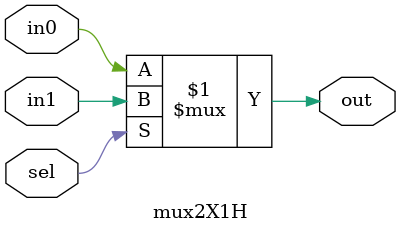
<source format=v>
module mux2X1H( in0,in1,sel,out);
parameter width=1; 
input [width-1:0] in0,in1;
input sel;
output [width-1:0] out;
assign out=(sel)?in1:in0;
endmodule

</source>
